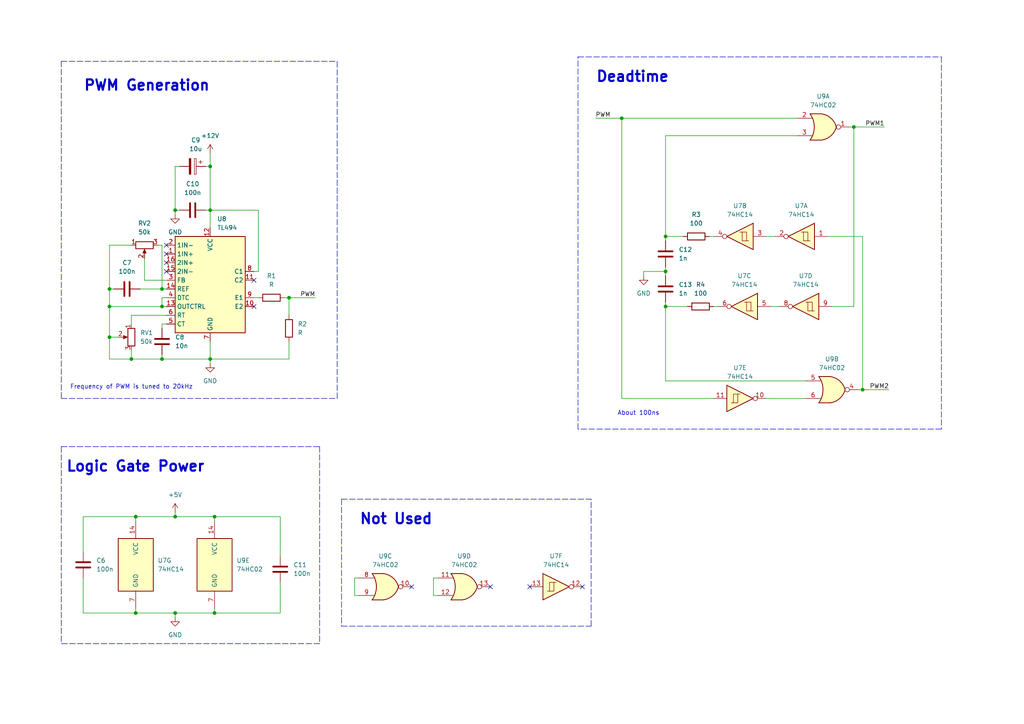
<source format=kicad_sch>
(kicad_sch (version 20211123) (generator eeschema)
  (paper "A4")
  (title_block (title "PWM & Dead Time Generator") (date "2023-04-19") (rev "V1") (company "Kei Carden"))
  (lib_symbols
    (symbol "74xx:74HC02" (pin_names (offset 1.016))
      (property "Reference" "U" (at 0 1.27 0))
      (property "Value" "74HC02" (at 0 -1.27 0))
      (symbol "74HC02_1_1"
        (arc (start -3.81 -3.81) (mid -2.589 0) (end -3.81 3.81) (stroke (width 0.254)))
        (arc (start -0.6096 -3.81) (mid 2.1842 -2.5851) (end 3.81 0) (stroke (width 0.254)) (fill (type background)))
        (polyline (pts (xy -3.81 -3.81) (xy -0.635 -3.81)) (stroke (width 0.254)) (fill (type background)))
        (polyline (pts (xy -3.81 3.81) (xy -0.635 3.81)) (stroke (width 0.254)) (fill (type background)))
        (polyline (pts (xy -0.635 3.81) (xy -3.81 3.81) (xy -3.81 3.81) (xy -3.556 3.4036) (xy -3.0226 2.2606) (xy -2.6924 1.0414) (xy -2.6162 -0.254) (xy -2.7686 -1.4986) (xy -3.175 -2.7178) (xy -3.81 -3.81) (xy -3.81 -3.81) (xy -0.635 -3.81)) (stroke (width -25.4)) (fill (type background)))
        (arc (start 3.81 0) (mid 2.1915 2.5936) (end -0.6096 3.81) (stroke (width 0.254)) (fill (type background)))
        (pin output inverted (at 7.62 0 180) (length 3.81) (name "~") (number "1"))
        (pin input line (at -7.62 2.54 0) (length 4.318) (name "~") (number "2"))
        (pin input line (at -7.62 -2.54 0) (length 4.318) (name "~") (number "3"))
      )
      (symbol "74HC02_1_2"
        (arc (start 0 -3.81) (mid 3.81 0) (end 0 3.81) (stroke (width 0.254)) (fill (type background)))
        (polyline (pts (xy 0 3.81) (xy -3.81 3.81) (xy -3.81 -3.81) (xy 0 -3.81)) (stroke (width 0.254)) (fill (type background)))
        (pin output line (at 7.62 0 180) (length 3.81) (name "~") (number "1"))
        (pin input inverted (at -7.62 2.54 0) (length 3.81) (name "~") (number "2"))
        (pin input inverted (at -7.62 -2.54 0) (length 3.81) (name "~") (number "3"))
      )
      (symbol "74HC02_2_1"
        (arc (start -3.81 -3.81) (mid -2.589 0) (end -3.81 3.81) (stroke (width 0.254)))
        (arc (start -0.6096 -3.81) (mid 2.1842 -2.5851) (end 3.81 0) (stroke (width 0.254)) (fill (type background)))
        (polyline (pts (xy -3.81 -3.81) (xy -0.635 -3.81)) (stroke (width 0.254)) (fill (type background)))
        (polyline (pts (xy -3.81 3.81) (xy -0.635 3.81)) (stroke (width 0.254)) (fill (type background)))
        (polyline (pts (xy -0.635 3.81) (xy -3.81 3.81) (xy -3.81 3.81) (xy -3.556 3.4036) (xy -3.0226 2.2606) (xy -2.6924 1.0414) (xy -2.6162 -0.254) (xy -2.7686 -1.4986) (xy -3.175 -2.7178) (xy -3.81 -3.81) (xy -3.81 -3.81) (xy -0.635 -3.81)) (stroke (width -25.4)) (fill (type background)))
        (arc (start 3.81 0) (mid 2.1915 2.5936) (end -0.6096 3.81) (stroke (width 0.254)) (fill (type background)))
        (pin output inverted (at 7.62 0 180) (length 3.81) (name "~") (number "4"))
        (pin input line (at -7.62 2.54 0) (length 4.318) (name "~") (number "5"))
        (pin input line (at -7.62 -2.54 0) (length 4.318) (name "~") (number "6"))
      )
      (symbol "74HC02_2_2"
        (arc (start 0 -3.81) (mid 3.81 0) (end 0 3.81) (stroke (width 0.254)) (fill (type background)))
        (polyline (pts (xy 0 3.81) (xy -3.81 3.81) (xy -3.81 -3.81) (xy 0 -3.81)) (stroke (width 0.254)) (fill (type background)))
        (pin output line (at 7.62 0 180) (length 3.81) (name "~") (number "4"))
        (pin input inverted (at -7.62 2.54 0) (length 3.81) (name "~") (number "5"))
        (pin input inverted (at -7.62 -2.54 0) (length 3.81) (name "~") (number "6"))
      )
      (symbol "74HC02_3_1"
        (arc (start -3.81 -3.81) (mid -2.589 0) (end -3.81 3.81) (stroke (width 0.254)))
        (arc (start -0.6096 -3.81) (mid 2.1842 -2.5851) (end 3.81 0) (stroke (width 0.254)) (fill (type background)))
        (polyline (pts (xy -3.81 -3.81) (xy -0.635 -3.81)) (stroke (width 0.254)) (fill (type background)))
        (polyline (pts (xy -3.81 3.81) (xy -0.635 3.81)) (stroke (width 0.254)) (fill (type background)))
        (polyline (pts (xy -0.635 3.81) (xy -3.81 3.81) (xy -3.81 3.81) (xy -3.556 3.4036) (xy -3.0226 2.2606) (xy -2.6924 1.0414) (xy -2.6162 -0.254) (xy -2.7686 -1.4986) (xy -3.175 -2.7178) (xy -3.81 -3.81) (xy -3.81 -3.81) (xy -0.635 -3.81)) (stroke (width -25.4)) (fill (type background)))
        (arc (start 3.81 0) (mid 2.1915 2.5936) (end -0.6096 3.81) (stroke (width 0.254)) (fill (type background)))
        (pin output inverted (at 7.62 0 180) (length 3.81) (name "~") (number "10"))
        (pin input line (at -7.62 2.54 0) (length 4.318) (name "~") (number "8"))
        (pin input line (at -7.62 -2.54 0) (length 4.318) (name "~") (number "9"))
      )
      (symbol "74HC02_3_2"
        (arc (start 0 -3.81) (mid 3.81 0) (end 0 3.81) (stroke (width 0.254)) (fill (type background)))
        (polyline (pts (xy 0 3.81) (xy -3.81 3.81) (xy -3.81 -3.81) (xy 0 -3.81)) (stroke (width 0.254)) (fill (type background)))
        (pin output line (at 7.62 0 180) (length 3.81) (name "~") (number "10"))
        (pin input inverted (at -7.62 2.54 0) (length 3.81) (name "~") (number "8"))
        (pin input inverted (at -7.62 -2.54 0) (length 3.81) (name "~") (number "9"))
      )
      (symbol "74HC02_4_1"
        (arc (start -3.81 -3.81) (mid -2.589 0) (end -3.81 3.81) (stroke (width 0.254)))
        (arc (start -0.6096 -3.81) (mid 2.1842 -2.5851) (end 3.81 0) (stroke (width 0.254)) (fill (type background)))
        (polyline (pts (xy -3.81 -3.81) (xy -0.635 -3.81)) (stroke (width 0.254)) (fill (type background)))
        (polyline (pts (xy -3.81 3.81) (xy -0.635 3.81)) (stroke (width 0.254)) (fill (type background)))
        (polyline (pts (xy -0.635 3.81) (xy -3.81 3.81) (xy -3.81 3.81) (xy -3.556 3.4036) (xy -3.0226 2.2606) (xy -2.6924 1.0414) (xy -2.6162 -0.254) (xy -2.7686 -1.4986) (xy -3.175 -2.7178) (xy -3.81 -3.81) (xy -3.81 -3.81) (xy -0.635 -3.81)) (stroke (width -25.4)) (fill (type background)))
        (arc (start 3.81 0) (mid 2.1915 2.5936) (end -0.6096 3.81) (stroke (width 0.254)) (fill (type background)))
        (pin input line (at -7.62 2.54 0) (length 4.318) (name "~") (number "11"))
        (pin input line (at -7.62 -2.54 0) (length 4.318) (name "~") (number "12"))
        (pin output inverted (at 7.62 0 180) (length 3.81) (name "~") (number "13"))
      )
      (symbol "74HC02_4_2"
        (arc (start 0 -3.81) (mid 3.81 0) (end 0 3.81) (stroke (width 0.254)) (fill (type background)))
        (polyline (pts (xy 0 3.81) (xy -3.81 3.81) (xy -3.81 -3.81) (xy 0 -3.81)) (stroke (width 0.254)) (fill (type background)))
        (pin input inverted (at -7.62 2.54 0) (length 3.81) (name "~") (number "11"))
        (pin input inverted (at -7.62 -2.54 0) (length 3.81) (name "~") (number "12"))
        (pin output line (at 7.62 0 180) (length 3.81) (name "~") (number "13"))
      )
      (symbol "74HC02_5_0"
        (pin power_in line (at 0 12.7 270) (length 5.08) (name "VCC") (number "14"))
        (pin power_in line (at 0 -12.7 90) (length 5.08) (name "GND") (number "7"))
      )
      (symbol "74HC02_5_1"
        (rectangle (start -5.08 7.62) (end 5.08 -7.62) (stroke (width 0.254)) (fill (type background)))
      )
    )
    (symbol "74xx:74HC14" (pin_names (offset 1.016))
      (property "Reference" "U" (at 0 1.27 0))
      (property "Value" "74HC14" (at 0 -1.27 0))
      (symbol "74HC14_1_0"
        (polyline (pts (xy -3.81 3.81) (xy -3.81 -3.81) (xy 3.81 0) (xy -3.81 3.81)) (stroke (width 0.254)) (fill (type background)))
        (pin input line (at -7.62 0 0) (length 3.81) (name "~") (number "1"))
        (pin output inverted (at 7.62 0 180) (length 3.81) (name "~") (number "2"))
      )
      (symbol "74HC14_1_1"
        (polyline (pts (xy -1.905 -1.27) (xy -1.905 1.27) (xy -0.635 1.27)))
        (polyline (pts (xy -2.54 -1.27) (xy -0.635 -1.27) (xy -0.635 1.27) (xy 0 1.27)))
      )
      (symbol "74HC14_2_0"
        (polyline (pts (xy -3.81 3.81) (xy -3.81 -3.81) (xy 3.81 0) (xy -3.81 3.81)) (stroke (width 0.254)) (fill (type background)))
        (pin input line (at -7.62 0 0) (length 3.81) (name "~") (number "3"))
        (pin output inverted (at 7.62 0 180) (length 3.81) (name "~") (number "4"))
      )
      (symbol "74HC14_2_1"
        (polyline (pts (xy -1.905 -1.27) (xy -1.905 1.27) (xy -0.635 1.27)))
        (polyline (pts (xy -2.54 -1.27) (xy -0.635 -1.27) (xy -0.635 1.27) (xy 0 1.27)))
      )
      (symbol "74HC14_3_0"
        (polyline (pts (xy -3.81 3.81) (xy -3.81 -3.81) (xy 3.81 0) (xy -3.81 3.81)) (stroke (width 0.254)) (fill (type background)))
        (pin input line (at -7.62 0 0) (length 3.81) (name "~") (number "5"))
        (pin output inverted (at 7.62 0 180) (length 3.81) (name "~") (number "6"))
      )
      (symbol "74HC14_3_1"
        (polyline (pts (xy -1.905 -1.27) (xy -1.905 1.27) (xy -0.635 1.27)))
        (polyline (pts (xy -2.54 -1.27) (xy -0.635 -1.27) (xy -0.635 1.27) (xy 0 1.27)))
      )
      (symbol "74HC14_4_0"
        (polyline (pts (xy -3.81 3.81) (xy -3.81 -3.81) (xy 3.81 0) (xy -3.81 3.81)) (stroke (width 0.254)) (fill (type background)))
        (pin output inverted (at 7.62 0 180) (length 3.81) (name "~") (number "8"))
        (pin input line (at -7.62 0 0) (length 3.81) (name "~") (number "9"))
      )
      (symbol "74HC14_4_1"
        (polyline (pts (xy -1.905 -1.27) (xy -1.905 1.27) (xy -0.635 1.27)))
        (polyline (pts (xy -2.54 -1.27) (xy -0.635 -1.27) (xy -0.635 1.27) (xy 0 1.27)))
      )
      (symbol "74HC14_5_0"
        (polyline (pts (xy -3.81 3.81) (xy -3.81 -3.81) (xy 3.81 0) (xy -3.81 3.81)) (stroke (width 0.254)) (fill (type background)))
        (pin output inverted (at 7.62 0 180) (length 3.81) (name "~") (number "10"))
        (pin input line (at -7.62 0 0) (length 3.81) (name "~") (number "11"))
      )
      (symbol "74HC14_5_1"
        (polyline (pts (xy -1.905 -1.27) (xy -1.905 1.27) (xy -0.635 1.27)))
        (polyline (pts (xy -2.54 -1.27) (xy -0.635 -1.27) (xy -0.635 1.27) (xy 0 1.27)))
      )
      (symbol "74HC14_6_0"
        (polyline (pts (xy -3.81 3.81) (xy -3.81 -3.81) (xy 3.81 0) (xy -3.81 3.81)) (stroke (width 0.254)) (fill (type background)))
        (pin output inverted (at 7.62 0 180) (length 3.81) (name "~") (number "12"))
        (pin input line (at -7.62 0 0) (length 3.81) (name "~") (number "13"))
      )
      (symbol "74HC14_6_1"
        (polyline (pts (xy -1.905 -1.27) (xy -1.905 1.27) (xy -0.635 1.27)))
        (polyline (pts (xy -2.54 -1.27) (xy -0.635 -1.27) (xy -0.635 1.27) (xy 0 1.27)))
      )
      (symbol "74HC14_7_0"
        (pin power_in line (at 0 12.7 270) (length 5.08) (name "VCC") (number "14"))
        (pin power_in line (at 0 -12.7 90) (length 5.08) (name "GND") (number "7"))
      )
      (symbol "74HC14_7_1"
        (rectangle (start -5.08 7.62) (end 5.08 -7.62) (stroke (width 0.254)) (fill (type background)))
      )
    )
    (symbol "Device:C" (pin_numbers hide) (pin_names (offset 0.254))
      (property "Reference" "C" (at 0.635 2.54 0))
      (property "Value" "C" (at 0.635 -2.54 0))
      (symbol "C_0_1"
        (polyline (pts (xy -2.032 -0.762) (xy 2.032 -0.762)) (stroke (width 0.508)))
        (polyline (pts (xy -2.032 0.762) (xy 2.032 0.762)) (stroke (width 0.508)))
      )
      (symbol "C_1_1"
        (pin passive line (at 0 3.81 270) (length 2.794) (name "~") (number "1"))
        (pin passive line (at 0 -3.81 90) (length 2.794) (name "~") (number "2"))
      )
    )
    (symbol "Device:C_Polarized" (pin_numbers hide) (pin_names (offset 0.254))
      (property "Reference" "C" (at 0.635 2.54 0))
      (property "Value" "C_Polarized" (at 0.635 -2.54 0))
      (symbol "C_Polarized_0_1"
        (rectangle (start -2.286 0.508) (end 2.286 1.016))
        (polyline (pts (xy -1.778 2.286) (xy -0.762 2.286)))
        (polyline (pts (xy -1.27 2.794) (xy -1.27 1.778)))
        (rectangle (start 2.286 -0.508) (end -2.286 -1.016) (fill (type outline)))
      )
      (symbol "C_Polarized_1_1"
        (pin passive line (at 0 3.81 270) (length 2.794) (name "~") (number "1"))
        (pin passive line (at 0 -3.81 90) (length 2.794) (name "~") (number "2"))
      )
    )
    (symbol "Device:R" (pin_numbers hide) (pin_names (offset 0))
      (property "Reference" "R" (at 2.032 0 90))
      (property "Value" "R" (at 0 0 90))
      (symbol "R_0_1"
        (rectangle (start -1.016 -2.54) (end 1.016 2.54) (stroke (width 0.254)))
      )
      (symbol "R_1_1"
        (pin passive line (at 0 3.81 270) (length 1.27) (name "~") (number "1"))
        (pin passive line (at 0 -3.81 90) (length 1.27) (name "~") (number "2"))
      )
    )
    (symbol "Device:R_Potentiometer" (pin_names (offset 1.016) hide)
      (property "Reference" "RV" (at -4.445 0 90))
      (property "Value" "R_Potentiometer" (at -2.54 0 90))
      (symbol "R_Potentiometer_0_1"
        (polyline (pts (xy 2.54 0) (xy 1.524 0)))
        (polyline (pts (xy 1.143 0) (xy 2.286 0.508) (xy 2.286 -0.508) (xy 1.143 0)) (fill (type outline)))
        (rectangle (start 1.016 2.54) (end -1.016 -2.54) (stroke (width 0.254)))
      )
      (symbol "R_Potentiometer_1_1"
        (pin passive line (at 0 3.81 270) (length 1.27) (name "1") (number "1"))
        (pin passive line (at 3.81 0 180) (length 1.27) (name "2") (number "2"))
        (pin passive line (at 0 -3.81 90) (length 1.27) (name "3") (number "3"))
      )
    )
    (symbol "Regulator_Controller:TL494"
      (property "Reference" "U" (at 3.81 19.05 0))
      (property "Value" "TL494" (at 3.81 16.51 0))
      (symbol "TL494_0_1"
        (rectangle (start -10.16 -12.7) (end 10.16 15.24) (stroke (width 0.254)) (fill (type background)))
      )
      (symbol "TL494_1_1"
        (pin input line (at -12.7 10.16 0) (length 2.54) (name "1IN+") (number "1"))
        (pin passive line (at 12.7 -5.08 180) (length 2.54) (name "E2") (number "10"))
        (pin passive line (at 12.7 2.54 180) (length 2.54) (name "C2") (number "11"))
        (pin power_in line (at 0 17.78 270) (length 2.54) (name "VCC") (number "12"))
        (pin input line (at -12.7 -5.08 0) (length 2.54) (name "OUTCTRL") (number "13"))
        (pin power_out line (at -12.7 0 0) (length 2.54) (name "REF") (number "14"))
        (pin input line (at -12.7 5.08 0) (length 2.54) (name "2IN-") (number "15"))
        (pin input line (at -12.7 7.62 0) (length 2.54) (name "2IN+") (number "16"))
        (pin input line (at -12.7 12.7 0) (length 2.54) (name "1IN-") (number "2"))
        (pin output line (at -12.7 2.54 0) (length 2.54) (name "FB") (number "3"))
        (pin input line (at -12.7 -2.54 0) (length 2.54) (name "DTC") (number "4"))
        (pin passive line (at -12.7 -10.16 0) (length 2.54) (name "CT") (number "5"))
        (pin passive line (at -12.7 -7.62 0) (length 2.54) (name "RT") (number "6"))
        (pin power_in line (at 0 -15.24 90) (length 2.54) (name "GND") (number "7"))
        (pin passive line (at 12.7 5.08 180) (length 2.54) (name "C1") (number "8"))
        (pin passive line (at 12.7 -2.54 180) (length 2.54) (name "E1") (number "9"))
      )
    )
    (symbol "power:+12V" (power) (pin_names (offset 0))
      (property "Value" "+12V" (at 0 3.556 0))
      (symbol "+12V_0_1"
        (polyline (pts (xy -0.762 1.27) (xy 0 2.54)))
        (polyline (pts (xy 0 0) (xy 0 2.54)))
        (polyline (pts (xy 0 2.54) (xy 0.762 1.27)))
      )
      (symbol "+12V_1_1"
        (pin power_in line (at 0 0 90) (length 0) hide (name "+12V") (number "1"))
      )
    )
    (symbol "power:+5V" (power) (pin_names (offset 0))
      (property "Value" "+5V" (at 0 3.556 0))
      (symbol "+5V_0_1"
        (polyline (pts (xy -0.762 1.27) (xy 0 2.54)))
        (polyline (pts (xy 0 0) (xy 0 2.54)))
        (polyline (pts (xy 0 2.54) (xy 0.762 1.27)))
      )
      (symbol "+5V_1_1"
        (pin power_in line (at 0 0 90) (length 0) hide (name "+5V") (number "1"))
      )
    )
    (symbol "power:GND" (power) (pin_names (offset 0))
      (property "Value" "GND" (at 0 -3.81 0))
      (symbol "GND_0_1"
        (polyline (pts (xy 0 0) (xy 0 -1.27) (xy 1.27 -1.27) (xy 0 -2.54) (xy -1.27 -1.27) (xy 0 -1.27)))
      )
      (symbol "GND_1_1"
        (pin power_in line (at 0 0 270) (length 0) hide (name "GND") (number "1"))
      )
    )
  )
  (junction (at 31.75 83.82))
  (junction (at 46.99 88.9))
  (junction (at 46.99 104.14))
  (junction (at 83.82 86.36))
  (junction (at 39.37 177.8))
  (junction (at 50.8 60.96))
  (junction (at 60.96 104.14))
  (junction (at 193.04 78.74))
  (junction (at 62.23 177.8))
  (junction (at 60.96 60.96))
  (junction (at 193.04 68.58))
  (junction (at 247.65 36.83))
  (junction (at 193.04 88.9))
  (junction (at 250.19 113.03))
  (junction (at 46.99 83.82))
  (junction (at 50.8 177.8))
  (junction (at 31.75 88.9))
  (junction (at 60.96 48.26))
  (junction (at 39.37 149.86))
  (junction (at 38.1 104.14))
  (junction (at 180.34 34.29))
  (junction (at 31.75 97.79))
  (junction (at 50.8 149.86))
  (junction (at 62.23 149.86))
  (no_connect (at 48.26 71.12))
  (no_connect (at 48.26 73.66))
  (no_connect (at 48.26 76.2))
  (no_connect (at 48.26 78.74))
  (no_connect (at 119.38 170.18))
  (no_connect (at 153.67 170.18))
  (no_connect (at 168.91 170.18))
  (no_connect (at 73.66 81.28))
  (no_connect (at 73.66 88.9))
  (no_connect (at 142.24 170.18))
  (wire (pts (xy 38.1 104.14) (xy 46.99 104.14)))
  (wire (pts (xy 60.96 44.45) (xy 60.96 48.26)))
  (wire (pts (xy 31.75 88.9) (xy 31.75 97.79)))
  (wire (pts (xy 193.04 110.49) (xy 233.68 110.49)))
  (wire (pts (xy 180.34 115.57) (xy 207.01 115.57)))
  (polyline (pts (xy 92.71 129.54) (xy 92.71 186.69)))
  (wire (pts (xy 38.1 71.12) (xy 31.75 71.12)))
  (wire (pts (xy 60.96 104.14) (xy 60.96 99.06)))
  (wire (pts (xy 46.99 83.82) (xy 48.26 83.82)))
  (wire (pts (xy 52.07 48.26) (xy 50.8 48.26)))
  (polyline (pts (xy 17.78 129.54) (xy 17.78 186.69)))
  (polyline (pts (xy 97.79 115.57) (xy 97.79 17.78)))
  (polyline (pts (xy 167.64 124.46) (xy 167.64 16.51)))
  (wire (pts (xy 48.26 81.28) (xy 41.91 81.28)))
  (wire (pts (xy 31.75 83.82) (xy 31.75 88.9)))
  (polyline (pts (xy 99.06 181.61) (xy 171.45 181.61)))
  (wire (pts (xy 102.87 167.64) (xy 102.87 172.72)))
  (wire (pts (xy 250.19 113.03) (xy 248.92 113.03)))
  (wire (pts (xy 186.69 78.74) (xy 193.04 78.74)))
  (polyline (pts (xy 17.78 17.78) (xy 97.79 17.78)))
  (wire (pts (xy 81.28 149.86) (xy 81.28 161.29)))
  (wire (pts (xy 62.23 177.8) (xy 62.23 176.53)))
  (wire (pts (xy 46.99 71.12) (xy 45.72 71.12)))
  (wire (pts (xy 247.65 36.83) (xy 247.65 88.9)))
  (polyline (pts (xy 273.05 16.51) (xy 273.05 124.46)))
  (wire (pts (xy 46.99 102.87) (xy 46.99 104.14)))
  (wire (pts (xy 223.52 88.9) (xy 226.06 88.9)))
  (wire (pts (xy 250.19 68.58) (xy 250.19 113.03)))
  (wire (pts (xy 186.69 80.01) (xy 186.69 78.74)))
  (wire (pts (xy 60.96 104.14) (xy 60.96 105.41)))
  (wire (pts (xy 74.93 78.74) (xy 73.66 78.74)))
  (wire (pts (xy 127 167.64) (xy 125.73 167.64)))
  (wire (pts (xy 240.03 68.58) (xy 250.19 68.58)))
  (wire (pts (xy 24.13 160.02) (xy 24.13 149.86)))
  (wire (pts (xy 48.26 86.36) (xy 46.99 86.36)))
  (wire (pts (xy 52.07 60.96) (xy 50.8 60.96)))
  (wire (pts (xy 193.04 80.01) (xy 193.04 78.74)))
  (wire (pts (xy 199.39 88.9) (xy 193.04 88.9)))
  (polyline (pts (xy 17.78 129.54) (xy 92.71 129.54)))
  (wire (pts (xy 83.82 91.44) (xy 83.82 86.36)))
  (wire (pts (xy 125.73 172.72) (xy 127 172.72)))
  (wire (pts (xy 198.12 68.58) (xy 193.04 68.58)))
  (wire (pts (xy 62.23 149.86) (xy 62.23 151.13)))
  (wire (pts (xy 222.25 115.57) (xy 233.68 115.57)))
  (wire (pts (xy 39.37 176.53) (xy 39.37 177.8)))
  (wire (pts (xy 73.66 86.36) (xy 74.93 86.36)))
  (wire (pts (xy 247.65 88.9) (xy 241.3 88.9)))
  (wire (pts (xy 38.1 91.44) (xy 48.26 91.44)))
  (wire (pts (xy 193.04 39.37) (xy 193.04 68.58)))
  (polyline (pts (xy 17.78 115.57) (xy 97.79 115.57)))
  (wire (pts (xy 38.1 101.6) (xy 38.1 104.14)))
  (wire (pts (xy 50.8 148.59) (xy 50.8 149.86)))
  (polyline (pts (xy 17.78 17.78) (xy 17.78 115.57)))
  (wire (pts (xy 31.75 88.9) (xy 46.99 88.9)))
  (wire (pts (xy 83.82 86.36) (xy 82.55 86.36)))
  (wire (pts (xy 60.96 104.14) (xy 83.82 104.14)))
  (wire (pts (xy 125.73 167.64) (xy 125.73 172.72)))
  (wire (pts (xy 46.99 93.98) (xy 46.99 95.25)))
  (wire (pts (xy 60.96 48.26) (xy 60.96 60.96)))
  (polyline (pts (xy 99.06 144.78) (xy 99.06 181.61)))
  (wire (pts (xy 46.99 86.36) (xy 46.99 88.9)))
  (wire (pts (xy 205.74 68.58) (xy 207.01 68.58)))
  (wire (pts (xy 59.69 48.26) (xy 60.96 48.26)))
  (polyline (pts (xy 99.06 144.78) (xy 171.45 144.78)))
  (wire (pts (xy 41.91 81.28) (xy 41.91 74.93)))
  (wire (pts (xy 83.82 104.14) (xy 83.82 99.06)))
  (wire (pts (xy 81.28 168.91) (xy 81.28 177.8)))
  (wire (pts (xy 31.75 97.79) (xy 34.29 97.79)))
  (wire (pts (xy 31.75 97.79) (xy 31.75 104.14)))
  (wire (pts (xy 246.38 36.83) (xy 247.65 36.83)))
  (polyline (pts (xy 92.71 186.69) (xy 17.78 186.69)))
  (wire (pts (xy 207.01 88.9) (xy 208.28 88.9)))
  (wire (pts (xy 250.19 113.03) (xy 257.81 113.03)))
  (wire (pts (xy 39.37 149.86) (xy 39.37 151.13)))
  (wire (pts (xy 48.26 93.98) (xy 46.99 93.98)))
  (wire (pts (xy 60.96 66.04) (xy 60.96 60.96)))
  (wire (pts (xy 46.99 88.9) (xy 48.26 88.9)))
  (wire (pts (xy 31.75 71.12) (xy 31.75 83.82)))
  (wire (pts (xy 81.28 177.8) (xy 62.23 177.8)))
  (wire (pts (xy 46.99 71.12) (xy 46.99 83.82)))
  (wire (pts (xy 193.04 69.85) (xy 193.04 68.58)))
  (wire (pts (xy 50.8 177.8) (xy 39.37 177.8)))
  (wire (pts (xy 193.04 88.9) (xy 193.04 110.49)))
  (wire (pts (xy 50.8 48.26) (xy 50.8 60.96)))
  (wire (pts (xy 231.14 34.29) (xy 180.34 34.29)))
  (polyline (pts (xy 167.64 16.51) (xy 273.05 16.51)))
  (wire (pts (xy 74.93 60.96) (xy 74.93 78.74)))
  (wire (pts (xy 104.14 167.64) (xy 102.87 167.64)))
  (wire (pts (xy 39.37 149.86) (xy 50.8 149.86)))
  (wire (pts (xy 46.99 104.14) (xy 60.96 104.14)))
  (polyline (pts (xy 273.05 124.46) (xy 167.64 124.46)))
  (wire (pts (xy 180.34 34.29) (xy 180.34 115.57)))
  (wire (pts (xy 59.69 60.96) (xy 60.96 60.96)))
  (polyline (pts (xy 167.64 16.51) (xy 167.64 16.51)))
  (wire (pts (xy 24.13 149.86) (xy 39.37 149.86)))
  (polyline (pts (xy 171.45 181.61) (xy 171.45 144.78)))
  (wire (pts (xy 60.96 60.96) (xy 74.93 60.96)))
  (wire (pts (xy 180.34 34.29) (xy 172.72 34.29)))
  (wire (pts (xy 193.04 78.74) (xy 193.04 77.47)))
  (wire (pts (xy 62.23 149.86) (xy 81.28 149.86)))
  (wire (pts (xy 39.37 177.8) (xy 24.13 177.8)))
  (wire (pts (xy 193.04 88.9) (xy 193.04 87.63)))
  (wire (pts (xy 50.8 177.8) (xy 50.8 179.07)))
  (wire (pts (xy 31.75 104.14) (xy 38.1 104.14)))
  (wire (pts (xy 62.23 177.8) (xy 50.8 177.8)))
  (wire (pts (xy 38.1 91.44) (xy 38.1 93.98)))
  (wire (pts (xy 33.02 83.82) (xy 31.75 83.82)))
  (wire (pts (xy 50.8 149.86) (xy 62.23 149.86)))
  (wire (pts (xy 83.82 86.36) (xy 91.44 86.36)))
  (wire (pts (xy 50.8 60.96) (xy 50.8 62.23)))
  (wire (pts (xy 102.87 172.72) (xy 104.14 172.72)))
  (wire (pts (xy 24.13 167.64) (xy 24.13 177.8)))
  (wire (pts (xy 231.14 39.37) (xy 193.04 39.37)))
  (wire (pts (xy 247.65 36.83) (xy 256.54 36.83)))
  (wire (pts (xy 222.25 68.58) (xy 224.79 68.58)))
  (wire (pts (xy 40.64 83.82) (xy 46.99 83.82)))
  (text "Not Used\n" (at 104.14 152.4 0) (effects (font (size 3 3) (thickness 0.6) bold) (justify left bottom)))
  (text "Deadtime" (at 172.72 24.13 0) (effects (font (size 3 3) (thickness 0.6) bold) (justify left bottom)))
  (text "Frequency of PWM is tuned to 20kHz" (at 20.32 113.03 0) (effects (font (size 1.25 1.25)) (justify left bottom)))
  (text "About 100ns" (at 179.07 120.65 0) (effects (font (size 1.27 1.27)) (justify left bottom)))
  (text "PWM Generation" (at 24.13 26.67 0) (effects (font (size 3 3) (thickness 0.6) bold) (justify left bottom)))
  (text "Logic Gate Power" (at 19.05 137.16 0) (effects (font (size 3 3) (thickness 0.6) bold) (justify left bottom)))
  (label "PWM2" (at 257.81 113.03 180))
  (label "PWM" (at 91.44 86.36 180))
  (label "PWM" (at 172.72 34.29 0))
  (label "PWM1" (at 256.54 36.83 180))
  (symbol (lib_id "74xx:74HC02") (at 238.76 36.83 0) (unit 1)
    (property "Reference" "U9" (at 238.76 27.94 0))
    (property "Value" "74HC02" (at 238.76 30.48 0))
    (property "Datasheet" "http://www.ti.com/lit/gpn/sn74hc02" (effects hide))
  )
  (symbol (lib_id "Device:R_Potentiometer") (at 41.91 71.12 90) (mirror x) (unit 1)
    (property "Reference" "RV2" (at 41.91 64.77 90))
    (property "Value" "50k" (at 41.91 67.31 90))
  )
  (symbol (lib_id "74xx:74HC02") (at 62.23 163.83 0) (unit 5)
    (property "Reference" "U9" (at 68.58 162.5599 0) (effects (justify left)))
    (property "Value" "74HC02" (at 68.58 165.0999 0) (effects (justify left)))
    (property "Datasheet" "http://www.ti.com/lit/gpn/sn74hc02" (effects hide))
  )
  (symbol (lib_id "Device:C_Polarized") (at 55.88 48.26 270) (unit 1)
    (property "Reference" "C9" (at 56.769 40.64 90))
    (property "Value" "10u" (at 56.769 43.18 90))
  )
  (symbol (lib_id "Device:C") (at 24.13 163.83 0) (unit 1)
    (property "Reference" "C6" (at 27.94 162.5599 0) (effects (justify left)))
    (property "Value" "100n" (at 27.94 165.0999 0) (effects (justify left)))
  )
  (symbol (lib_id "74xx:74HC14") (at 39.37 163.83 0) (unit 7)
    (property "Reference" "U7" (at 45.72 162.5599 0) (effects (justify left)))
    (property "Value" "74HC14" (at 45.72 165.0999 0) (effects (justify left)))
    (property "Datasheet" "http://www.ti.com/lit/gpn/sn74HC14" (effects hide))
  )
  (symbol (lib_id "Regulator_Controller:TL494") (at 60.96 83.82 0) (unit 1)
    (property "Reference" "U8" (at 62.9794 63.5 0) (effects (justify left)))
    (property "Value" "TL494" (at 62.9794 66.04 0) (effects (justify left)))
    (property "Datasheet" "http://www.ti.com/lit/ds/symlink/tl494.pdf" (effects hide))
  )
  (symbol (lib_id "Device:R") (at 78.74 86.36 90) (unit 1)
    (property "Reference" "R1" (at 78.74 80.01 90))
    (property "Value" "R" (at 78.74 82.55 90))
  )
  (symbol (lib_id "74xx:74HC14") (at 214.63 115.57 0) (unit 5)
    (property "Reference" "U7" (at 214.63 106.68 0))
    (property "Value" "74HC14" (at 214.63 109.22 0))
    (property "Datasheet" "http://www.ti.com/lit/gpn/sn74HC14" (effects hide))
  )
  (symbol (lib_id "74xx:74HC02") (at 111.76 170.18 0) (unit 3)
    (property "Reference" "U9" (at 111.76 161.29 0))
    (property "Value" "74HC02" (at 111.76 163.83 0))
    (property "Datasheet" "http://www.ti.com/lit/gpn/sn74hc02" (effects hide))
  )
  (symbol (lib_id "Device:R_Potentiometer") (at 38.1 97.79 0) (mirror y) (unit 1)
    (property "Reference" "RV1" (at 40.64 96.5199 0) (effects (justify right)))
    (property "Value" "50k" (at 40.64 99.0599 0) (effects (justify right)))
  )
  (symbol (lib_id "Device:C") (at 46.99 99.06 0) (unit 1)
    (property "Reference" "C8" (at 50.8 97.7899 0) (effects (justify left)))
    (property "Value" "10n" (at 50.8 100.3299 0) (effects (justify left)))
  )
  (symbol (lib_id "Device:R") (at 83.82 95.25 180) (unit 1)
    (property "Reference" "R2" (at 86.36 93.9799 0) (effects (justify right)))
    (property "Value" "R" (at 86.36 96.5199 0) (effects (justify right)))
  )
  (symbol (lib_id "power:GND") (at 186.69 80.01 0) (unit 1)
    (property "Reference" "#PWR0106" (effects hide))
    (property "Value" "GND" (at 186.69 85.09 0))
  )
  (symbol (lib_id "power:GND") (at 60.96 105.41 0) (unit 1)
    (property "Reference" "#PWR0103" (effects hide))
    (property "Value" "GND" (at 60.96 110.49 0))
  )
  (symbol (lib_id "Device:C") (at 55.88 60.96 90) (unit 1)
    (property "Reference" "C10" (at 55.88 53.34 90))
    (property "Value" "100n" (at 55.88 55.88 90))
  )
  (symbol (lib_id "74xx:74HC02") (at 241.3 113.03 0) (unit 2)
    (property "Reference" "U9" (at 241.3 104.14 0))
    (property "Value" "74HC02" (at 241.3 106.68 0))
    (property "Datasheet" "http://www.ti.com/lit/gpn/sn74hc02" (effects hide))
  )
  (symbol (lib_id "power:GND") (at 50.8 62.23 0) (unit 1)
    (property "Reference" "#PWR0105" (effects hide))
    (property "Value" "GND" (at 50.8 67.31 0))
  )
  (symbol (lib_id "Device:C") (at 193.04 73.66 0) (unit 1)
    (property "Reference" "C12" (at 196.85 72.3899 0) (effects (justify left)))
    (property "Value" "1n" (at 196.85 74.9299 0) (effects (justify left)))
  )
  (symbol (lib_id "74xx:74HC14") (at 214.63 68.58 0) (mirror y) (unit 2)
    (property "Reference" "U7" (at 214.63 59.69 0))
    (property "Value" "74HC14" (at 214.63 62.23 0))
    (property "Datasheet" "http://www.ti.com/lit/gpn/sn74HC14" (effects hide))
  )
  (symbol (lib_id "Device:R") (at 201.93 68.58 90) (unit 1)
    (property "Reference" "R3" (at 201.93 62.23 90))
    (property "Value" "100" (at 201.93 64.77 90))
  )
  (symbol (lib_id "74xx:74HC14") (at 161.29 170.18 0) (unit 6)
    (property "Reference" "U7" (at 161.29 161.29 0))
    (property "Value" "74HC14" (at 161.29 163.83 0))
    (property "Datasheet" "http://www.ti.com/lit/gpn/sn74HC14" (effects hide))
  )
  (symbol (lib_id "Device:C") (at 36.83 83.82 90) (unit 1)
    (property "Reference" "C7" (at 36.83 76.2 90))
    (property "Value" "100n" (at 36.83 78.74 90))
  )
  (symbol (lib_id "74xx:74HC14") (at 233.68 88.9 0) (mirror y) (unit 4)
    (property "Reference" "U7" (at 233.68 80.01 0))
    (property "Value" "74HC14" (at 233.68 82.55 0))
    (property "Datasheet" "http://www.ti.com/lit/gpn/sn74HC14" (effects hide))
  )
  (symbol (lib_id "74xx:74HC14") (at 232.41 68.58 0) (mirror y) (unit 1)
    (property "Reference" "U7" (at 232.41 59.69 0))
    (property "Value" "74HC14" (at 232.41 62.23 0))
    (property "Datasheet" "http://www.ti.com/lit/gpn/sn74HC14" (effects hide))
  )
  (symbol (lib_id "Device:C") (at 81.28 165.1 0) (unit 1)
    (property "Reference" "C11" (at 85.09 163.8299 0) (effects (justify left)))
    (property "Value" "100n" (at 85.09 166.3699 0) (effects (justify left)))
  )
  (symbol (lib_id "74xx:74HC14") (at 215.9 88.9 0) (mirror y) (unit 3)
    (property "Reference" "U7" (at 215.9 80.01 0))
    (property "Value" "74HC14" (at 215.9 82.55 0))
    (property "Datasheet" "http://www.ti.com/lit/gpn/sn74HC14" (effects hide))
  )
  (symbol (lib_id "power:+5V") (at 50.8 148.59 0) (unit 1)
    (property "Reference" "#PWR0108" (effects hide))
    (property "Value" "+5V" (at 50.8 143.51 0))
  )
  (symbol (lib_id "Device:C") (at 193.04 83.82 0) (unit 1)
    (property "Reference" "C13" (at 196.85 82.5499 0) (effects (justify left)))
    (property "Value" "1n" (at 196.85 85.0899 0) (effects (justify left)))
  )
  (symbol (lib_id "74xx:74HC02") (at 134.62 170.18 0) (unit 4)
    (property "Reference" "U9" (at 134.62 161.29 0))
    (property "Value" "74HC02" (at 134.62 163.83 0))
    (property "Datasheet" "http://www.ti.com/lit/gpn/sn74hc02" (effects hide))
  )
  (symbol (lib_id "power:GND") (at 50.8 179.07 0) (unit 1)
    (property "Reference" "#PWR0107" (effects hide))
    (property "Value" "GND" (at 50.8 184.15 0))
  )
  (symbol (lib_id "Device:R") (at 203.2 88.9 90) (unit 1)
    (property "Reference" "R4" (at 203.2 82.55 90))
    (property "Value" "100" (at 203.2 85.09 90))
  )
  (symbol (lib_id "power:+12V") (at 60.96 44.45 0) (unit 1)
    (property "Reference" "#PWR0104" (effects hide))
    (property "Value" "+12V" (at 60.96 39.37 0))
  )
)
</source>
